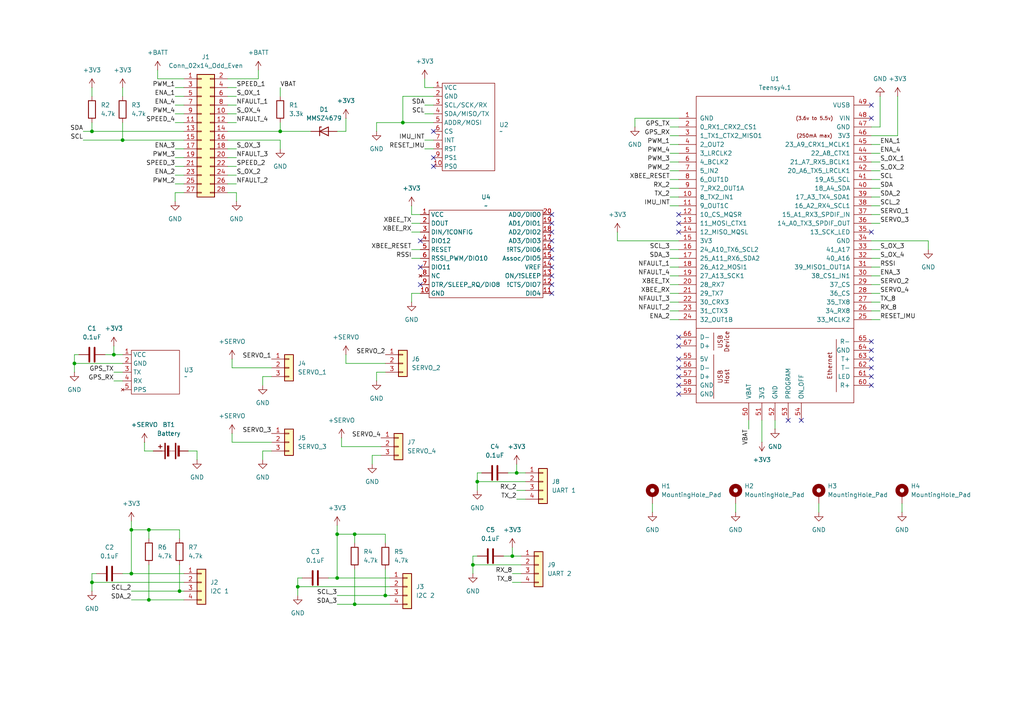
<source format=kicad_sch>
(kicad_sch (version 20231120) (generator "eeschema") (generator_version "8.0")
  (paper "A4")
  (lib_symbols
    (symbol "Connector_Generic:Conn_01x03" (pin_names (offset 1.016) hide)
      (property "Reference" "J" (at 0 5.08 0))
      (property "Value" "Conn_01x03" (at 0 -5.08 0))
      (symbol "Conn_01x03_1_1"
        (pin passive line (at -5.08 2.54 0) (length 3.81) (name "Pin_1") (number "1"))
        (pin passive line (at -5.08 0 0) (length 3.81) (name "Pin_2") (number "2"))
        (pin passive line (at -5.08 -2.54 0) (length 3.81) (name "Pin_3") (number "3"))
      )
    )
    (symbol "Connector_Generic:Conn_01x04" (pin_names (offset 1.016) hide)
      (property "Reference" "J" (at 0 5.08 0))
      (property "Value" "Conn_01x04" (at 0 -7.62 0))
      (symbol "Conn_01x04_1_1"
        (pin passive line (at -5.08 2.54 0) (length 3.81) (name "Pin_1") (number "1"))
        (pin passive line (at -5.08 0 0) (length 3.81) (name "Pin_2") (number "2"))
        (pin passive line (at -5.08 -2.54 0) (length 3.81) (name "Pin_3") (number "3"))
        (pin passive line (at -5.08 -5.08 0) (length 3.81) (name "Pin_4") (number "4"))
      )
    )
    (symbol "Connector_Generic:Conn_02x14_Odd_Even" (pin_names (offset 1.016) hide)
      (property "Reference" "J" (at 1.27 17.78 0))
      (property "Value" "Conn_02x14_Odd_Even" (at 1.27 -20.32 0))
      (symbol "Conn_02x14_Odd_Even_1_1"
        (pin passive line (at -5.08 15.24 0) (length 3.81) (name "Pin_1") (number "1"))
        (pin passive line (at 7.62 5.08 180) (length 3.81) (name "Pin_10") (number "10"))
        (pin passive line (at -5.08 2.54 0) (length 3.81) (name "Pin_11") (number "11"))
        (pin passive line (at 7.62 2.54 180) (length 3.81) (name "Pin_12") (number "12"))
        (pin passive line (at -5.08 0 0) (length 3.81) (name "Pin_13") (number "13"))
        (pin passive line (at 7.62 0 180) (length 3.81) (name "Pin_14") (number "14"))
        (pin passive line (at -5.08 -2.54 0) (length 3.81) (name "Pin_15") (number "15"))
        (pin passive line (at 7.62 -2.54 180) (length 3.81) (name "Pin_16") (number "16"))
        (pin passive line (at -5.08 -5.08 0) (length 3.81) (name "Pin_17") (number "17"))
        (pin passive line (at 7.62 -5.08 180) (length 3.81) (name "Pin_18") (number "18"))
        (pin passive line (at -5.08 -7.62 0) (length 3.81) (name "Pin_19") (number "19"))
        (pin passive line (at 7.62 15.24 180) (length 3.81) (name "Pin_2") (number "2"))
        (pin passive line (at 7.62 -7.62 180) (length 3.81) (name "Pin_20") (number "20"))
        (pin passive line (at -5.08 -10.16 0) (length 3.81) (name "Pin_21") (number "21"))
        (pin passive line (at 7.62 -10.16 180) (length 3.81) (name "Pin_22") (number "22"))
        (pin passive line (at -5.08 -12.7 0) (length 3.81) (name "Pin_23") (number "23"))
        (pin passive line (at 7.62 -12.7 180) (length 3.81) (name "Pin_24") (number "24"))
        (pin passive line (at -5.08 -15.24 0) (length 3.81) (name "Pin_25") (number "25"))
        (pin passive line (at 7.62 -15.24 180) (length 3.81) (name "Pin_26") (number "26"))
        (pin passive line (at -5.08 -17.78 0) (length 3.81) (name "Pin_27") (number "27"))
        (pin passive line (at 7.62 -17.78 180) (length 3.81) (name "Pin_28") (number "28"))
        (pin passive line (at -5.08 12.7 0) (length 3.81) (name "Pin_3") (number "3"))
        (pin passive line (at 7.62 12.7 180) (length 3.81) (name "Pin_4") (number "4"))
        (pin passive line (at -5.08 10.16 0) (length 3.81) (name "Pin_5") (number "5"))
        (pin passive line (at 7.62 10.16 180) (length 3.81) (name "Pin_6") (number "6"))
        (pin passive line (at -5.08 7.62 0) (length 3.81) (name "Pin_7") (number "7"))
        (pin passive line (at 7.62 7.62 180) (length 3.81) (name "Pin_8") (number "8"))
        (pin passive line (at -5.08 5.08 0) (length 3.81) (name "Pin_9") (number "9"))
      )
    )
    (symbol "Custom:ATGM336H_PCB"
      (property "Reference" "U" (at 6.858 9.906 0))
      (symbol "ATGM336H_PCB_1_1"
        (pin power_in line (at -2.54 7.62 0) (length 2.54) (name "VCC") (number "1"))
        (pin power_out line (at -2.54 5.08 0) (length 2.54) (name "GND") (number "2"))
        (pin output line (at -2.54 2.54 0) (length 2.54) (name "TX") (number "3"))
        (pin input line (at -2.54 0 0) (length 2.54) (name "RX") (number "4"))
        (pin no_connect line (at -2.54 -2.54 0) (length 2.54) (name "PPS") (number "5"))
      )
    )
    (symbol "Custom:BNO055_PCB"
      (property "Reference" "U" (at -0.508 17.78 0))
      (symbol "BNO055_PCB_1_1"
        (pin power_in line (at -8.89 11.43 0) (length 2.54) (name "VCC") (number "1"))
        (pin input line (at -8.89 -11.43 0) (length 2.54) (name "PS0") (number "10"))
        (pin power_out line (at -8.89 8.89 0) (length 2.54) (name "GND") (number "2"))
        (pin input line (at -8.89 6.35 0) (length 2.54) (name "SCL/SCK/RX") (number "3"))
        (pin output line (at -8.89 3.81 0) (length 2.54) (name "SDA/MISO/TX") (number "4"))
        (pin input line (at -8.89 1.27 0) (length 2.54) (name "ADDR/MOSI") (number "5"))
        (pin input line (at -8.89 -1.27 0) (length 2.54) (name "CS") (number "6"))
        (pin input line (at -8.89 -3.81 0) (length 2.54) (name "INT") (number "7"))
        (pin input line (at -8.89 -6.35 0) (length 2.54) (name "RST") (number "8"))
        (pin input line (at -8.89 -8.89 0) (length 2.54) (name "PS1") (number "9"))
      )
    )
    (symbol "Custom:XBEE_RR_THT"
      (property "Reference" "U" (at 0 0 0))
      (symbol "XBEE_RR_THT_1_1"
        (pin power_in line (at -10.16 10.16 0) (length 2.54) (name "VCC") (number "1"))
        (pin power_out line (at -10.16 -12.7 0) (length 2.54) (name "GND") (number "10"))
        (pin bidirectional line (at 27.94 -12.7 180) (length 2.54) (name "DIO4") (number "11"))
        (pin bidirectional line (at 27.94 -10.16 180) (length 2.54) (name "!CTS/DIO7") (number "12"))
        (pin bidirectional line (at 27.94 -7.62 180) (length 2.54) (name "ON/!SLEEP") (number "13"))
        (pin power_in line (at 27.94 -5.08 180) (length 2.54) (name "VREF") (number "14"))
        (pin bidirectional line (at 27.94 -2.54 180) (length 2.54) (name "Assoc/DIO5") (number "15"))
        (pin bidirectional line (at 27.94 0 180) (length 2.54) (name "!RTS/DIO6") (number "16"))
        (pin bidirectional line (at 27.94 2.54 180) (length 2.54) (name "AD3/DIO3") (number "17"))
        (pin bidirectional line (at 27.94 5.08 180) (length 2.54) (name "AD2/DIO2") (number "18"))
        (pin bidirectional line (at 27.94 7.62 180) (length 2.54) (name "AD1/DIO1") (number "19"))
        (pin output line (at -10.16 7.62 0) (length 2.54) (name "DOUT") (number "2"))
        (pin bidirectional line (at 27.94 10.16 180) (length 2.54) (name "AD0/DIO0") (number "20"))
        (pin input line (at -10.16 5.08 0) (length 2.54) (name "DIN/!CONFIG") (number "3"))
        (pin bidirectional line (at -10.16 2.54 0) (length 2.54) (name "DIO12") (number "4"))
        (pin input line (at -10.16 0 0) (length 2.54) (name "RESET") (number "5"))
        (pin bidirectional line (at -10.16 -2.54 0) (length 2.54) (name "RSSI_PWM/DIO10") (number "6"))
        (pin bidirectional line (at -10.16 -5.08 0) (length 2.54) (name "DIO11") (number "7"))
        (pin no_connect line (at -10.16 -7.62 0) (length 2.54) (name "NC") (number "8"))
        (pin bidirectional line (at -10.16 -10.16 0) (length 2.54) (name "DTR/SLEEP_RQ/DIO8") (number "9"))
      )
    )
    (symbol "Device:Battery" (pin_numbers hide) (pin_names (offset 0) hide)
      (property "Reference" "BT" (at 2.54 2.54 0))
      (property "Value" "Battery" (at 2.54 0 0))
      (symbol "Battery_1_1"
        (pin passive line (at 0 5.08 270) (length 2.54) (name "+") (number "1"))
        (pin passive line (at 0 -5.08 90) (length 2.54) (name "-") (number "2"))
      )
    )
    (symbol "Device:C" (pin_numbers hide) (pin_names (offset 0.254))
      (property "Reference" "C" (at 0.635 2.54 0))
      (property "Value" "C" (at 0.635 -2.54 0))
      (symbol "C_1_1"
        (pin passive line (at 0 3.81 270) (length 2.794) (name "~") (number "1"))
        (pin passive line (at 0 -3.81 90) (length 2.794) (name "~") (number "2"))
      )
    )
    (symbol "Device:D_Zener" (pin_numbers hide) (pin_names (offset 1.016) hide)
      (property "Reference" "D" (at 0 2.54 0))
      (property "Value" "D_Zener" (at 0 -2.54 0))
      (symbol "D_Zener_1_1"
        (pin passive line (at -3.81 0 0) (length 2.54) (name "K") (number "1"))
        (pin passive line (at 3.81 0 180) (length 2.54) (name "A") (number "2"))
      )
    )
    (symbol "Device:R" (pin_numbers hide) (pin_names (offset 0))
      (property "Reference" "R" (at 2.032 0 90))
      (property "Value" "R" (at 0 0 90))
      (symbol "R_1_1"
        (pin passive line (at 0 3.81 270) (length 1.27) (name "~") (number "1"))
        (pin passive line (at 0 -3.81 90) (length 1.27) (name "~") (number "2"))
      )
    )
    (symbol "Mechanical:MountingHole_Pad" (pin_numbers hide) (pin_names (offset 1.016) hide) (exclude_from_sim yes) (in_bom no)
      (property "Reference" "H" (at 0 6.35 0))
      (property "Value" "MountingHole_Pad" (at 0 4.445 0))
      (symbol "MountingHole_Pad_1_1"
        (pin input line (at 0 -2.54 90) (length 2.54) (name "1") (number "1"))
      )
    )
    (symbol "Teensy:Teensy4.1" (pin_names (offset 1.016))
      (property "Reference" "U" (at 0 64.77 0))
      (property "Value" "Teensy4.1" (at 0 62.23 0))
      (symbol "Teensy4.1_0_0"
        (text "(250mA max)" (at 11.43 49.53 0) (effects (font (size 1.016 1.016))))
        (text "(3.6v to 5.5v)" (at 11.43 54.61 0) (effects (font (size 1.016 1.016))))
        (text "Device" (at -13.97 -10.16 900) (effects (font (size 1.27 1.27))))
        (text "Ethernet" (at 15.875 -17.145 900) (effects (font (size 1.27 1.27))))
        (text "Host" (at -13.97 -20.32 900) (effects (font (size 1.27 1.27))))
        (text "USB" (at -15.875 -20.32 900) (effects (font (size 1.27 1.27))))
        (text "USB" (at -15.875 -10.16 900) (effects (font (size 1.27 1.27))))
        (pin bidirectional line (at -27.94 31.75 0) (length 5.08) (name "8_TX2_IN1") (number "10"))
        (pin bidirectional line (at -27.94 29.21 0) (length 5.08) (name "9_OUT1C") (number "11"))
        (pin bidirectional line (at -27.94 26.67 0) (length 5.08) (name "10_CS_MQSR") (number "12"))
        (pin bidirectional line (at -27.94 24.13 0) (length 5.08) (name "11_MOSI_CTX1") (number "13"))
        (pin bidirectional line (at -27.94 21.59 0) (length 5.08) (name "12_MISO_MQSL") (number "14"))
        (pin power_in line (at -27.94 19.05 0) (length 5.08) (name "3V3") (number "15"))
        (pin bidirectional line (at -27.94 16.51 0) (length 5.08) (name "24_A10_TX6_SCL2") (number "16"))
        (pin bidirectional line (at -27.94 13.97 0) (length 5.08) (name "25_A11_RX6_SDA2") (number "17"))
        (pin bidirectional line (at -27.94 11.43 0) (length 5.08) (name "26_A12_MOSI1") (number "18"))
        (pin bidirectional line (at -27.94 8.89 0) (length 5.08) (name "27_A13_SCK1") (number "19"))
        (pin bidirectional line (at -27.94 6.35 0) (length 5.08) (name "28_RX7") (number "20"))
        (pin bidirectional line (at -27.94 3.81 0) (length 5.08) (name "29_TX7") (number "21"))
        (pin bidirectional line (at -27.94 1.27 0) (length 5.08) (name "30_CRX3") (number "22"))
        (pin bidirectional line (at -27.94 -1.27 0) (length 5.08) (name "31_CTX3") (number "23"))
        (pin bidirectional line (at -27.94 -3.81 0) (length 5.08) (name "32_OUT1B") (number "24"))
        (pin bidirectional line (at 27.94 -3.81 180) (length 5.08) (name "33_MCLK2") (number "25"))
        (pin bidirectional line (at 27.94 -1.27 180) (length 5.08) (name "34_RX8") (number "26"))
        (pin bidirectional line (at 27.94 1.27 180) (length 5.08) (name "35_TX8") (number "27"))
        (pin bidirectional line (at 27.94 3.81 180) (length 5.08) (name "36_CS") (number "28"))
        (pin bidirectional line (at 27.94 6.35 180) (length 5.08) (name "37_CS") (number "29"))
        (pin bidirectional line (at 27.94 8.89 180) (length 5.08) (name "38_CS1_IN1") (number "30"))
        (pin bidirectional line (at 27.94 11.43 180) (length 5.08) (name "39_MISO1_OUT1A") (number "31"))
        (pin bidirectional line (at 27.94 13.97 180) (length 5.08) (name "40_A16") (number "32"))
        (pin bidirectional line (at 27.94 16.51 180) (length 5.08) (name "41_A17") (number "33"))
        (pin bidirectional line (at 27.94 21.59 180) (length 5.08) (name "13_SCK_LED") (number "35"))
        (pin bidirectional line (at 27.94 24.13 180) (length 5.08) (name "14_A0_TX3_SPDIF_OUT") (number "36"))
        (pin bidirectional line (at 27.94 26.67 180) (length 5.08) (name "15_A1_RX3_SPDIF_IN") (number "37"))
        (pin bidirectional line (at 27.94 29.21 180) (length 5.08) (name "16_A2_RX4_SCL1") (number "38"))
        (pin bidirectional line (at 27.94 31.75 180) (length 5.08) (name "17_A3_TX4_SDA1") (number "39"))
        (pin bidirectional line (at 27.94 34.29 180) (length 5.08) (name "18_A4_SDA") (number "40"))
        (pin bidirectional line (at 27.94 36.83 180) (length 5.08) (name "19_A5_SCL") (number "41"))
        (pin bidirectional line (at 27.94 39.37 180) (length 5.08) (name "20_A6_TX5_LRCLK1") (number "42"))
        (pin bidirectional line (at 27.94 41.91 180) (length 5.08) (name "21_A7_RX5_BCLK1") (number "43"))
        (pin bidirectional line (at 27.94 44.45 180) (length 5.08) (name "22_A8_CTX1") (number "44"))
        (pin bidirectional line (at 27.94 46.99 180) (length 5.08) (name "23_A9_CRX1_MCLK1") (number "45"))
        (pin output line (at 27.94 49.53 180) (length 5.08) (name "3V3") (number "46"))
        (pin output line (at 27.94 52.07 180) (length 5.08) (name "GND") (number "47"))
        (pin power_in line (at 27.94 54.61 180) (length 5.08) (name "VIN") (number "48"))
        (pin power_out line (at 27.94 58.42 180) (length 5.08) (name "VUSB") (number "49"))
        (pin bidirectional line (at -27.94 44.45 0) (length 5.08) (name "3_LRCLK2") (number "5"))
        (pin power_in line (at -7.62 -33.02 90) (length 5.08) (name "VBAT") (number "50"))
        (pin power_in line (at -3.81 -33.02 90) (length 5.08) (name "3V3") (number "51"))
        (pin input line (at 0 -33.02 90) (length 5.08) (name "GND") (number "52"))
        (pin input line (at 3.81 -33.02 90) (length 5.08) (name "PROGRAM") (number "53"))
        (pin input line (at 7.62 -33.02 90) (length 5.08) (name "ON_OFF") (number "54"))
        (pin power_out line (at -27.94 -15.24 0) (length 5.08) (name "5V") (number "55"))
        (pin bidirectional line (at -27.94 -17.78 0) (length 5.08) (name "D-") (number "56"))
        (pin bidirectional line (at -27.94 -20.32 0) (length 5.08) (name "D+") (number "57"))
        (pin power_in line (at -27.94 -22.86 0) (length 5.08) (name "GND") (number "58"))
        (pin power_in line (at -27.94 -25.4 0) (length 5.08) (name "GND") (number "59"))
        (pin bidirectional line (at -27.94 41.91 0) (length 5.08) (name "4_BCLK2") (number "6"))
        (pin bidirectional line (at 27.94 -22.86 180) (length 5.08) (name "R+") (number "60"))
        (pin bidirectional line (at 27.94 -20.32 180) (length 5.08) (name "LED") (number "61"))
        (pin bidirectional line (at 27.94 -17.78 180) (length 5.08) (name "T-") (number "62"))
        (pin bidirectional line (at 27.94 -15.24 180) (length 5.08) (name "T+") (number "63"))
        (pin power_in line (at 27.94 -12.7 180) (length 5.08) (name "GND") (number "64"))
        (pin bidirectional line (at 27.94 -10.16 180) (length 5.08) (name "R-") (number "65"))
        (pin bidirectional line (at -27.94 -8.89 0) (length 5.08) (name "D-") (number "66"))
        (pin bidirectional line (at -27.94 -11.43 0) (length 5.08) (name "D+") (number "67"))
        (pin bidirectional line (at -27.94 39.37 0) (length 5.08) (name "5_IN2") (number "7"))
        (pin bidirectional line (at -27.94 36.83 0) (length 5.08) (name "6_OUT1D") (number "8"))
        (pin bidirectional line (at -27.94 34.29 0) (length 5.08) (name "7_RX2_OUT1A") (number "9"))
      )
      (symbol "Teensy4.1_1_1"
        (pin power_in line (at -27.94 54.61 0) (length 5.08) (name "GND") (number "1"))
        (pin bidirectional line (at -27.94 52.07 0) (length 5.08) (name "0_RX1_CRX2_CS1") (number "2"))
        (pin bidirectional line (at -27.94 49.53 0) (length 5.08) (name "1_TX1_CTX2_MISO1") (number "3"))
        (pin power_in line (at 27.94 19.05 180) (length 5.08) (name "GND") (number "34"))
        (pin bidirectional line (at -27.94 46.99 0) (length 5.08) (name "2_OUT2") (number "4"))
      )
    )
    (symbol "power:+3V3" (power) (pin_numbers hide) (pin_names (offset 0) hide)
      (property "Value" "+3V3" (at 0 3.556 0))
      (symbol "+3V3_1_1"
        (pin power_in line (at 0 0 90) (length 0) (name "~") (number "1"))
      )
    )
    (symbol "power:+5V" (power) (pin_numbers hide) (pin_names (offset 0) hide)
      (property "Value" "+5V" (at 0 3.556 0))
      (symbol "+5V_1_1"
        (pin power_in line (at 0 0 90) (length 0) (name "~") (number "1"))
      )
    )
    (symbol "power:+BATT" (power) (pin_numbers hide) (pin_names (offset 0) hide)
      (property "Value" "+BATT" (at 0 3.556 0))
      (symbol "+BATT_1_1"
        (pin power_in line (at 0 0 90) (length 0) (name "~") (number "1"))
      )
    )
    (symbol "power:GND" (power) (pin_numbers hide) (pin_names (offset 0) hide)
      (property "Value" "GND" (at 0 -3.81 0))
      (symbol "GND_1_1"
        (pin power_in line (at 0 0 270) (length 0) (name "~") (number "1"))
      )
    )
  )
  (junction (at 43.18 173.99))
  (junction (at 97.79 154.94))
  (junction (at 38.1 166.37))
  (junction (at 38.1 153.67))
  (junction (at 138.43 139.7))
  (junction (at 137.16 163.83))
  (junction (at 43.18 153.67))
  (junction (at 26.67 38.1))
  (junction (at 86.36 170.18))
  (junction (at 26.67 168.91))
  (junction (at 97.79 167.64))
  (junction (at 35.56 40.64))
  (junction (at 102.87 175.26))
  (junction (at 33.02 102.87))
  (junction (at 149.86 137.16))
  (junction (at 102.87 154.94))
  (junction (at 111.76 172.72))
  (junction (at 148.59 161.29))
  (junction (at 81.28 38.1))
  (junction (at 52.07 171.45))
  (junction (at 116.84 35.56))
  (junction (at 21.59 105.41))
  (no_connect (at 252.73 109.22))
  (no_connect (at 196.85 106.68))
  (no_connect (at 160.02 82.55))
  (no_connect (at 196.85 100.33))
  (no_connect (at 160.02 67.31))
  (no_connect (at 196.85 97.79))
  (no_connect (at 232.41 121.92))
  (no_connect (at 196.85 64.77))
  (no_connect (at 160.02 62.23))
  (no_connect (at 252.73 111.76))
  (no_connect (at 160.02 64.77))
  (no_connect (at 252.73 30.48))
  (no_connect (at 252.73 34.29))
  (no_connect (at 196.85 111.76))
  (no_connect (at 252.73 106.68))
  (no_connect (at 252.73 104.14))
  (no_connect (at 160.02 74.93))
  (no_connect (at 228.6 121.92))
  (no_connect (at 121.92 69.85))
  (no_connect (at 160.02 69.85))
  (no_connect (at 196.85 67.31))
  (no_connect (at 160.02 72.39))
  (no_connect (at 196.85 62.23))
  (no_connect (at 252.73 101.6))
  (no_connect (at 160.02 85.09))
  (no_connect (at 196.85 109.22))
  (no_connect (at 160.02 77.47))
  (no_connect (at 196.85 104.14))
  (no_connect (at 160.02 80.01))
  (no_connect (at 252.73 99.06))
  (no_connect (at 196.85 114.3))
  (no_connect (at 121.92 82.55))
  (no_connect (at 121.92 77.47))
  (no_connect (at 125.73 45.72))
  (no_connect (at 125.73 48.26))
  (no_connect (at 125.73 38.1))
  (no_connect (at 252.73 67.31))
  (wire (pts (xy 81.28 35.56) (xy 81.28 38.1)))
  (wire (pts (xy 86.36 167.64) (xy 86.36 170.18)))
  (wire (pts (xy 194.31 92.71) (xy 196.85 92.71)))
  (wire (pts (xy 194.31 59.69) (xy 196.85 59.69)))
  (wire (pts (xy 53.34 55.88) (xy 50.8 55.88)))
  (wire (pts (xy 138.43 161.29) (xy 137.16 161.29)))
  (wire (pts (xy 269.24 69.85) (xy 269.24 72.39)))
  (wire (pts (xy 67.31 106.68) (xy 78.74 106.68)))
  (wire (pts (xy 111.76 154.94) (xy 102.87 154.94)))
  (wire (pts (xy 53.34 22.86) (xy 45.72 22.86)))
  (wire (pts (xy 116.84 27.94) (xy 116.84 35.56)))
  (wire (pts (xy 26.67 25.4) (xy 26.67 27.94)))
  (wire (pts (xy 220.98 128.27) (xy 220.98 121.92)))
  (wire (pts (xy 102.87 165.1) (xy 102.87 175.26)))
  (wire (pts (xy 123.19 30.48) (xy 125.73 30.48)))
  (wire (pts (xy 255.27 74.93) (xy 252.73 74.93)))
  (wire (pts (xy 24.13 38.1) (xy 26.67 38.1)))
  (wire (pts (xy 194.31 44.45) (xy 196.85 44.45)))
  (wire (pts (xy 255.27 92.71) (xy 252.73 92.71)))
  (wire (pts (xy 50.8 30.48) (xy 53.34 30.48)))
  (wire (pts (xy 35.56 166.37) (xy 38.1 166.37)))
  (wire (pts (xy 119.38 67.31) (xy 121.92 67.31)))
  (wire (pts (xy 76.2 109.22) (xy 78.74 109.22)))
  (wire (pts (xy 38.1 166.37) (xy 38.1 153.67)))
  (wire (pts (xy 45.72 20.32) (xy 45.72 22.86)))
  (wire (pts (xy 111.76 165.1) (xy 111.76 172.72)))
  (wire (pts (xy 68.58 30.48) (xy 66.04 30.48)))
  (wire (pts (xy 123.19 33.02) (xy 125.73 33.02)))
  (wire (pts (xy 179.07 67.31) (xy 179.07 69.85)))
  (wire (pts (xy 255.27 46.99) (xy 252.73 46.99)))
  (wire (pts (xy 95.25 167.64) (xy 97.79 167.64)))
  (wire (pts (xy 151.13 163.83) (xy 137.16 163.83)))
  (wire (pts (xy 252.73 62.23) (xy 255.27 62.23)))
  (wire (pts (xy 255.27 52.07) (xy 252.73 52.07)))
  (wire (pts (xy 113.03 170.18) (xy 86.36 170.18)))
  (wire (pts (xy 53.34 166.37) (xy 38.1 166.37)))
  (wire (pts (xy 43.18 153.67) (xy 43.18 156.21)))
  (wire (pts (xy 146.05 161.29) (xy 148.59 161.29)))
  (wire (pts (xy 252.73 85.09) (xy 255.27 85.09)))
  (wire (pts (xy 76.2 111.76) (xy 76.2 109.22)))
  (wire (pts (xy 53.34 168.91) (xy 26.67 168.91)))
  (wire (pts (xy 194.31 36.83) (xy 196.85 36.83)))
  (wire (pts (xy 26.67 168.91) (xy 26.67 171.45)))
  (wire (pts (xy 100.33 34.29) (xy 100.33 38.1)))
  (wire (pts (xy 33.02 110.49) (xy 35.56 110.49)))
  (wire (pts (xy 38.1 173.99) (xy 43.18 173.99)))
  (wire (pts (xy 123.19 22.86) (xy 123.19 25.4)))
  (wire (pts (xy 255.27 44.45) (xy 252.73 44.45)))
  (wire (pts (xy 50.8 53.34) (xy 53.34 53.34)))
  (wire (pts (xy 81.28 25.4) (xy 81.28 27.94)))
  (wire (pts (xy 100.33 105.41) (xy 111.76 105.41)))
  (wire (pts (xy 121.92 85.09) (xy 119.38 85.09)))
  (wire (pts (xy 35.56 25.4) (xy 35.56 27.94)))
  (wire (pts (xy 152.4 139.7) (xy 138.43 139.7)))
  (wire (pts (xy 149.86 134.62) (xy 149.86 137.16)))
  (wire (pts (xy 113.03 167.64) (xy 97.79 167.64)))
  (wire (pts (xy 137.16 161.29) (xy 137.16 163.83)))
  (wire (pts (xy 148.59 166.37) (xy 151.13 166.37)))
  (wire (pts (xy 74.93 22.86) (xy 66.04 22.86)))
  (wire (pts (xy 35.56 105.41) (xy 21.59 105.41)))
  (wire (pts (xy 252.73 36.83) (xy 255.27 36.83)))
  (wire (pts (xy 237.49 148.59) (xy 237.49 146.05)))
  (wire (pts (xy 138.43 137.16) (xy 138.43 139.7)))
  (wire (pts (xy 123.19 43.18) (xy 125.73 43.18)))
  (wire (pts (xy 121.92 62.23) (xy 119.38 62.23)))
  (wire (pts (xy 50.8 48.26) (xy 53.34 48.26)))
  (wire (pts (xy 116.84 35.56) (xy 125.73 35.56)))
  (wire (pts (xy 52.07 156.21) (xy 52.07 153.67)))
  (wire (pts (xy 35.56 35.56) (xy 35.56 40.64)))
  (wire (pts (xy 50.8 27.94) (xy 53.34 27.94)))
  (wire (pts (xy 196.85 69.85) (xy 179.07 69.85)))
  (wire (pts (xy 21.59 102.87) (xy 21.59 105.41)))
  (wire (pts (xy 100.33 102.87) (xy 100.33 105.41)))
  (wire (pts (xy 252.73 64.77) (xy 255.27 64.77)))
  (wire (pts (xy 52.07 171.45) (xy 53.34 171.45)))
  (wire (pts (xy 43.18 153.67) (xy 38.1 153.67)))
  (wire (pts (xy 184.15 34.29) (xy 196.85 34.29)))
  (wire (pts (xy 67.31 125.73) (xy 67.31 128.27)))
  (wire (pts (xy 68.58 45.72) (xy 66.04 45.72)))
  (wire (pts (xy 68.58 55.88) (xy 68.58 58.42)))
  (wire (pts (xy 252.73 69.85) (xy 269.24 69.85)))
  (wire (pts (xy 81.28 38.1) (xy 66.04 38.1)))
  (wire (pts (xy 151.13 161.29) (xy 148.59 161.29)))
  (wire (pts (xy 125.73 27.94) (xy 116.84 27.94)))
  (wire (pts (xy 50.8 43.18) (xy 53.34 43.18)))
  (wire (pts (xy 194.31 85.09) (xy 196.85 85.09)))
  (wire (pts (xy 255.27 54.61) (xy 252.73 54.61)))
  (wire (pts (xy 119.38 59.69) (xy 119.38 62.23)))
  (wire (pts (xy 33.02 107.95) (xy 35.56 107.95)))
  (wire (pts (xy 147.32 137.16) (xy 149.86 137.16)))
  (wire (pts (xy 35.56 40.64) (xy 53.34 40.64)))
  (wire (pts (xy 137.16 163.83) (xy 137.16 166.37)))
  (wire (pts (xy 109.22 107.95) (xy 111.76 107.95)))
  (wire (pts (xy 50.8 45.72) (xy 53.34 45.72)))
  (wire (pts (xy 194.31 52.07) (xy 196.85 52.07)))
  (wire (pts (xy 52.07 153.67) (xy 43.18 153.67)))
  (wire (pts (xy 109.22 110.49) (xy 109.22 107.95)))
  (wire (pts (xy 35.56 102.87) (xy 33.02 102.87)))
  (wire (pts (xy 152.4 137.16) (xy 149.86 137.16)))
  (wire (pts (xy 43.18 163.83) (xy 43.18 173.99)))
  (wire (pts (xy 194.31 82.55) (xy 196.85 82.55)))
  (wire (pts (xy 255.27 57.15) (xy 252.73 57.15)))
  (wire (pts (xy 148.59 158.75) (xy 148.59 161.29)))
  (wire (pts (xy 149.86 144.78) (xy 152.4 144.78)))
  (wire (pts (xy 213.36 148.59) (xy 213.36 146.05)))
  (wire (pts (xy 102.87 175.26) (xy 113.03 175.26)))
  (wire (pts (xy 50.8 50.8) (xy 53.34 50.8)))
  (wire (pts (xy 99.06 127) (xy 99.06 129.54)))
  (wire (pts (xy 194.31 90.17) (xy 196.85 90.17)))
  (wire (pts (xy 67.31 128.27) (xy 78.74 128.27)))
  (wire (pts (xy 68.58 27.94) (xy 66.04 27.94)))
  (wire (pts (xy 255.27 72.39) (xy 252.73 72.39)))
  (wire (pts (xy 33.02 102.87) (xy 33.02 100.33)))
  (wire (pts (xy 255.27 80.01) (xy 252.73 80.01)))
  (wire (pts (xy 100.33 38.1) (xy 97.79 38.1)))
  (wire (pts (xy 41.91 130.81) (xy 41.91 128.27)))
  (wire (pts (xy 261.62 148.59) (xy 261.62 146.05)))
  (wire (pts (xy 255.27 77.47) (xy 252.73 77.47)))
  (wire (pts (xy 50.8 25.4) (xy 53.34 25.4)))
  (wire (pts (xy 68.58 25.4) (xy 66.04 25.4)))
  (wire (pts (xy 119.38 74.93) (xy 121.92 74.93)))
  (wire (pts (xy 87.63 167.64) (xy 86.36 167.64)))
  (wire (pts (xy 44.45 130.81) (xy 41.91 130.81)))
  (wire (pts (xy 255.27 41.91) (xy 252.73 41.91)))
  (wire (pts (xy 43.18 173.99) (xy 53.34 173.99)))
  (wire (pts (xy 90.17 38.1) (xy 81.28 38.1)))
  (wire (pts (xy 255.27 87.63) (xy 252.73 87.63)))
  (wire (pts (xy 68.58 33.02) (xy 66.04 33.02)))
  (wire (pts (xy 86.36 170.18) (xy 86.36 172.72)))
  (wire (pts (xy 68.58 55.88) (xy 66.04 55.88)))
  (wire (pts (xy 148.59 168.91) (xy 151.13 168.91)))
  (wire (pts (xy 68.58 43.18) (xy 66.04 43.18)))
  (wire (pts (xy 38.1 153.67) (xy 38.1 151.13)))
  (wire (pts (xy 194.31 87.63) (xy 196.85 87.63)))
  (wire (pts (xy 97.79 172.72) (xy 111.76 172.72)))
  (wire (pts (xy 68.58 50.8) (xy 66.04 50.8)))
  (wire (pts (xy 194.31 54.61) (xy 196.85 54.61)))
  (wire (pts (xy 107.95 134.62) (xy 107.95 132.08)))
  (wire (pts (xy 52.07 163.83) (xy 52.07 171.45)))
  (wire (pts (xy 68.58 53.34) (xy 66.04 53.34)))
  (wire (pts (xy 81.28 43.18) (xy 81.28 40.64)))
  (wire (pts (xy 194.31 41.91) (xy 196.85 41.91)))
  (wire (pts (xy 194.31 72.39) (xy 196.85 72.39)))
  (wire (pts (xy 50.8 33.02) (xy 53.34 33.02)))
  (wire (pts (xy 189.23 148.59) (xy 189.23 146.05)))
  (wire (pts (xy 194.31 39.37) (xy 196.85 39.37)))
  (wire (pts (xy 252.73 39.37) (xy 260.35 39.37)))
  (wire (pts (xy 26.67 166.37) (xy 26.67 168.91)))
  (wire (pts (xy 68.58 48.26) (xy 66.04 48.26)))
  (wire (pts (xy 27.94 166.37) (xy 26.67 166.37)))
  (wire (pts (xy 194.31 77.47) (xy 196.85 77.47)))
  (wire (pts (xy 111.76 172.72) (xy 113.03 172.72)))
  (wire (pts (xy 255.27 27.94) (xy 255.27 36.83)))
  (wire (pts (xy 184.15 36.83) (xy 184.15 34.29)))
  (wire (pts (xy 109.22 35.56) (xy 116.84 35.56)))
  (wire (pts (xy 255.27 59.69) (xy 252.73 59.69)))
  (wire (pts (xy 123.19 40.64) (xy 125.73 40.64)))
  (wire (pts (xy 67.31 104.14) (xy 67.31 106.68)))
  (wire (pts (xy 260.35 27.94) (xy 260.35 39.37)))
  (wire (pts (xy 194.31 80.01) (xy 196.85 80.01)))
  (wire (pts (xy 21.59 105.41) (xy 21.59 107.95)))
  (wire (pts (xy 74.93 20.32) (xy 74.93 22.86)))
  (wire (pts (xy 50.8 35.56) (xy 53.34 35.56)))
  (wire (pts (xy 217.17 121.92) (xy 217.17 124.46)))
  (wire (pts (xy 30.48 102.87) (xy 33.02 102.87)))
  (wire (pts (xy 102.87 154.94) (xy 102.87 157.48)))
  (wire (pts (xy 252.73 82.55) (xy 255.27 82.55)))
  (wire (pts (xy 119.38 72.39) (xy 121.92 72.39)))
  (wire (pts (xy 81.28 40.64) (xy 66.04 40.64)))
  (wire (pts (xy 38.1 171.45) (xy 52.07 171.45)))
  (wire (pts (xy 149.86 142.24) (xy 152.4 142.24)))
  (wire (pts (xy 255.27 49.53) (xy 252.73 49.53)))
  (wire (pts (xy 119.38 85.09) (xy 119.38 87.63)))
  (wire (pts (xy 76.2 133.35) (xy 76.2 130.81)))
  (wire (pts (xy 68.58 35.56) (xy 66.04 35.56)))
  (wire (pts (xy 255.27 90.17) (xy 252.73 90.17)))
  (wire (pts (xy 119.38 64.77) (xy 121.92 64.77)))
  (wire (pts (xy 194.31 57.15) (xy 196.85 57.15)))
  (wire (pts (xy 97.79 167.64) (xy 97.79 154.94)))
  (wire (pts (xy 224.79 124.46) (xy 224.79 121.92)))
  (wire (pts (xy 54.61 130.81) (xy 57.15 130.81)))
  (wire (pts (xy 194.31 46.99) (xy 196.85 46.99)))
  (wire (pts (xy 111.76 157.48) (xy 111.76 154.94)))
  (wire (pts (xy 24.13 40.64) (xy 35.56 40.64)))
  (wire (pts (xy 97.79 154.94) (xy 97.79 152.4)))
  (wire (pts (xy 22.86 102.87) (xy 21.59 102.87)))
  (wire (pts (xy 26.67 35.56) (xy 26.67 38.1)))
  (wire (pts (xy 107.95 132.08) (xy 110.49 132.08)))
  (wire (pts (xy 57.15 130.81) (xy 57.15 133.35)))
  (wire (pts (xy 138.43 139.7) (xy 138.43 142.24)))
  (wire (pts (xy 50.8 55.88) (xy 50.8 58.42)))
  (wire (pts (xy 125.73 25.4) (xy 123.19 25.4)))
  (wire (pts (xy 109.22 35.56) (xy 109.22 38.1)))
  (wire (pts (xy 194.31 49.53) (xy 196.85 49.53)))
  (wire (pts (xy 99.06 129.54) (xy 110.49 129.54)))
  (wire (pts (xy 97.79 175.26) (xy 102.87 175.26)))
  (wire (pts (xy 102.87 154.94) (xy 97.79 154.94)))
  (wire (pts (xy 76.2 130.81) (xy 78.74 130.81)))
  (wire (pts (xy 26.67 38.1) (xy 53.34 38.1)))
  (wire (pts (xy 194.31 74.93) (xy 196.85 74.93)))
  (wire (pts (xy 139.7 137.16) (xy 138.43 137.16)))
  (label "TX_8" (at 255.27 87.63 0))
  (label "SERVO_2" (at 111.76 102.87 180))
  (label "NFAULT_1" (at 68.58 30.48 0))
  (label "SCL" (at 255.27 52.07 0))
  (label "PWM_3" (at 194.31 46.99 180))
  (label "PWM_4" (at 50.8 33.02 180))
  (label "S_OX_2" (at 68.58 50.8 0))
  (label "SERVO_4" (at 255.27 85.09 0))
  (label "RSSI" (at 119.38 74.93 180))
  (label "XBEE_RESET" (at 119.38 72.39 180))
  (label "NFAULT_3" (at 68.58 45.72 0))
  (label "SDA" (at 255.27 54.61 0))
  (label "ENA_2" (at 50.8 50.8 180))
  (label "S_OX_4" (at 68.58 33.02 0))
  (label "ENA_3" (at 50.8 43.18 180))
  (label "SERVO_1" (at 78.74 104.14 180))
  (label "TX_2" (at 194.31 57.15 180))
  (label "VBAT" (at 217.17 124.46 270))
  (label "SERVO_3" (at 255.27 64.77 0))
  (label "ENA_4" (at 255.27 44.45 0))
  (label "SPEED_2" (at 68.58 48.26 0))
  (label "SERVO_4" (at 110.49 127 180))
  (label "S_OX_1" (at 68.58 27.94 0))
  (label "SCL_2" (at 38.1 171.45 180))
  (label "TX_2" (at 149.86 144.78 180))
  (label "ENA_1" (at 255.27 41.91 0))
  (label "ENA_4" (at 50.8 30.48 180))
  (label "TX_8" (at 148.59 168.91 180))
  (label "SPEED_4" (at 50.8 35.56 180))
  (label "PWM_1" (at 194.31 41.91 180))
  (label "GPS_RX" (at 33.02 110.49 180))
  (label "NFAULT_2" (at 68.58 53.34 0))
  (label "XBEE_TX" (at 194.31 82.55 180))
  (label "SDA" (at 123.19 30.48 180))
  (label "S_OX_3" (at 255.27 72.39 0))
  (label "SDA_3" (at 97.79 175.26 180))
  (label "XBEE_TX" (at 119.38 64.77 180))
  (label "SERVO_1" (at 255.27 62.23 0))
  (label "NFAULT_4" (at 194.31 80.01 180))
  (label "SCL_3" (at 97.79 172.72 180))
  (label "PWM_1" (at 50.8 25.4 180))
  (label "SDA_2" (at 255.27 57.15 0))
  (label "RESET_IMU" (at 255.27 92.71 0))
  (label "XBEE_RESET" (at 194.31 52.07 180))
  (label "IMU_INT" (at 123.19 40.64 180))
  (label "SPEED_1" (at 68.58 25.4 0))
  (label "PWM_4" (at 194.31 44.45 180))
  (label "SCL" (at 123.19 33.02 180))
  (label "SDA_2" (at 38.1 173.99 180))
  (label "ENA_2" (at 194.31 92.71 180))
  (label "GPS_TX" (at 33.02 107.95 180))
  (label "SERVO_2" (at 255.27 82.55 0))
  (label "RX_2" (at 149.86 142.24 180))
  (label "NFAULT_4" (at 68.58 35.56 0))
  (label "VBAT" (at 81.28 25.4 0))
  (label "NFAULT_1" (at 194.31 77.47 180))
  (label "RESET_IMU" (at 123.19 43.18 180))
  (label "RSSI" (at 255.27 77.47 0))
  (label "GPS_RX" (at 194.31 39.37 180))
  (label "RX_2" (at 194.31 54.61 180))
  (label "S_OX_4" (at 255.27 74.93 0))
  (label "RX_8" (at 255.27 90.17 0))
  (label "GPS_TX" (at 194.31 36.83 180))
  (label "NFAULT_2" (at 194.31 90.17 180))
  (label "XBEE_RX" (at 119.38 67.31 180))
  (label "SCL_3" (at 194.31 72.39 180))
  (label "SCL" (at 24.13 40.64 180))
  (label "S_OX_2" (at 255.27 49.53 0))
  (label "SPEED_3" (at 50.8 48.26 180))
  (label "RX_8" (at 148.59 166.37 180))
  (label "PWM_2" (at 50.8 53.34 180))
  (label "NFAULT_3" (at 194.31 87.63 180))
  (label "SERVO_3" (at 78.74 125.73 180))
  (label "S_OX_3" (at 68.58 43.18 0))
  (label "ENA_1" (at 50.8 27.94 180))
  (label "SDA_3" (at 194.31 74.93 180))
  (label "ENA_3" (at 255.27 80.01 0))
  (label "XBEE_RX" (at 194.31 85.09 180))
  (label "PWM_2" (at 194.31 49.53 180))
  (label "SDA" (at 24.13 38.1 180))
  (label "PWM_3" (at 50.8 45.72 180))
  (label "IMU_INT" (at 194.31 59.69 180))
  (label "S_OX_1" (at 255.27 46.99 0))
  (label "SCL_2" (at 255.27 59.69 0))
  (symbol (lib_id "Device:R") (at 111.76 161.29 0) (unit 1)
    (property "Reference" "R5" (at 114.3 160.0199 0) (effects (justify left)))
    (property "Value" "4.7k" (at 114.3 162.5599 0) (effects (justify left)))
    (property "Footprint" "Resistor_SMD:R_0402_1005Metric" (effects (hide yes)))
    (property "Description" "Resistor" (effects (hide yes)))
  )
  (symbol (lib_id "power:+3V3") (at 148.59 158.75 0) (unit 1)
    (property "Reference" "#PWR032" (effects (hide yes)))
    (property "Value" "+3V3" (at 148.59 153.67 0))
    (property "Description" "Power symbol creates a global label with name \"+3V3\"" (effects (hide yes)))
  )
  (symbol (lib_id "Connector_Generic:Conn_01x03") (at 116.84 105.41 0) (unit 1)
    (property "Reference" "J6" (at 119.38 104.1399 0) (effects (justify left)))
    (property "Value" "SERVO_2" (at 119.38 106.6799 0) (effects (justify left)))
    (property "Footprint" "Connector_PinHeader_2.54mm:PinHeader_1x03_P2.54mm_Horizontal" (effects (hide yes)))
    (property "Description" "Generic connector, single row, 01x03, script generated (kicad-library-utils/schlib/autogen/connector/)" (effects (hide yes)))
  )
  (symbol (lib_id "power:+5V") (at 99.06 127 0) (unit 1)
    (property "Reference" "#PWR026" (effects (hide yes)))
    (property "Value" "+SERVO" (at 99.06 121.92 0))
    (property "Description" "Power symbol creates a global label with name \"+5V\"" (effects (hide yes)))
  )
  (symbol (lib_id "power:GND") (at 137.16 166.37 0) (unit 1)
    (property "Reference" "#PWR031" (effects (hide yes)))
    (property "Value" "GND" (at 137.16 171.45 0))
    (property "Description" "Power symbol creates a global label with name \"GND\" , ground" (effects (hide yes)))
  )
  (symbol (lib_id "Device:R") (at 26.67 31.75 0) (unit 1)
    (property "Reference" "R2" (at 29.21 30.4799 0) (effects (justify left)))
    (property "Value" "4.7k" (at 29.21 33.0199 0) (effects (justify left)))
    (property "Footprint" "Resistor_SMD:R_0402_1005Metric" (effects (hide yes)))
    (property "Description" "Resistor" (effects (hide yes)))
  )
  (symbol (lib_id "power:+3V3") (at 149.86 134.62 0) (unit 1)
    (property "Reference" "#PWR030" (effects (hide yes)))
    (property "Value" "+3V3" (at 149.86 129.54 0))
    (property "Description" "Power symbol creates a global label with name \"+3V3\"" (effects (hide yes)))
  )
  (symbol (lib_id "power:+3V3") (at 97.79 152.4 0) (unit 1)
    (property "Reference" "#PWR012" (effects (hide yes)))
    (property "Value" "+3V3" (at 97.79 147.32 0))
    (property "Description" "Power symbol creates a global label with name \"+3V3\"" (effects (hide yes)))
  )
  (symbol (lib_id "Connector_Generic:Conn_01x03") (at 115.57 129.54 0) (unit 1)
    (property "Reference" "J7" (at 118.11 128.2699 0) (effects (justify left)))
    (property "Value" "SERVO_4" (at 118.11 130.8099 0) (effects (justify left)))
    (property "Footprint" "Connector_PinHeader_2.54mm:PinHeader_1x03_P2.54mm_Horizontal" (effects (hide yes)))
    (property "Description" "Generic connector, single row, 01x03, script generated (kicad-library-utils/schlib/autogen/connector/)" (effects (hide yes)))
  )
  (symbol (lib_id "power:+3V3") (at 220.98 128.27 180) (unit 1)
    (property "Reference" "#PWR01" (effects (hide yes)))
    (property "Value" "+3V3" (at 220.98 133.35 0))
    (property "Description" "Power symbol creates a global label with name \"+3V3\"" (effects (hide yes)))
  )
  (symbol (lib_id "power:GND") (at 86.36 172.72 0) (unit 1)
    (property "Reference" "#PWR011" (effects (hide yes)))
    (property "Value" "GND" (at 86.36 177.8 0))
    (property "Description" "Power symbol creates a global label with name \"GND\" , ground" (effects (hide yes)))
  )
  (symbol (lib_id "Mechanical:MountingHole_Pad") (at 189.23 143.51 0) (unit 1) (exclude_from_sim yes) (in_bom no)
    (property "Reference" "H1" (at 191.77 140.9699 0) (effects (justify left)))
    (property "Value" "MountingHole_Pad" (at 191.77 143.5099 0) (effects (justify left)))
    (property "Footprint" "MountingHole:MountingHole_3.2mm_M3_Pad" (effects (hide yes)))
    (property "Description" "Mounting Hole with connection" (effects (hide yes)))
  )
  (symbol (lib_id "Connector_Generic:Conn_01x03") (at 83.82 106.68 0) (unit 1)
    (property "Reference" "J4" (at 86.36 105.4099 0) (effects (justify left)))
    (property "Value" "SERVO_1" (at 86.36 107.9499 0) (effects (justify left)))
    (property "Footprint" "Connector_PinHeader_2.54mm:PinHeader_1x03_P2.54mm_Horizontal" (effects (hide yes)))
    (property "Description" "Generic connector, single row, 01x03, script generated (kicad-library-utils/schlib/autogen/connector/)" (effects (hide yes)))
  )
  (symbol (lib_id "power:GND") (at 26.67 171.45 0) (unit 1)
    (property "Reference" "#PWR09" (effects (hide yes)))
    (property "Value" "GND" (at 26.67 176.53 0))
    (property "Description" "Power symbol creates a global label with name \"GND\" , ground" (effects (hide yes)))
  )
  (symbol (lib_id "Connector_Generic:Conn_01x04") (at 118.11 170.18 0) (unit 1)
    (property "Reference" "J3" (at 120.65 170.1799 0) (effects (justify left)))
    (property "Value" "I2C 2" (at 120.65 172.7199 0) (effects (justify left)))
    (property "Footprint" "Connector_PinHeader_2.54mm:PinHeader_1x04_P2.54mm_Vertical" (effects (hide yes)))
    (property "Description" "Generic connector, single row, 01x04, script generated (kicad-library-utils/schlib/autogen/connector/)" (effects (hide yes)))
  )
  (symbol (lib_id "power:+3V3") (at 100.33 34.29 0) (unit 1)
    (property "Reference" "#PWR03" (effects (hide yes)))
    (property "Value" "+3V3" (at 100.33 29.21 0))
    (property "Description" "Power symbol creates a global label with name \"+3V3\"" (effects (hide yes)))
  )
  (symbol (lib_id "Connector_Generic:Conn_01x04") (at 156.21 163.83 0) (unit 1)
    (property "Reference" "J9" (at 158.75 163.8299 0) (effects (justify left)))
    (property "Value" "UART 2" (at 158.75 166.3699 0) (effects (justify left)))
    (property "Footprint" "Connector_PinHeader_2.54mm:PinHeader_1x04_P2.54mm_Vertical" (effects (hide yes)))
    (property "Description" "Generic connector, single row, 01x04, script generated (kicad-library-utils/schlib/autogen/connector/)" (effects (hide yes)))
  )
  (symbol (lib_id "power:GND") (at 81.28 43.18 0) (unit 1)
    (property "Reference" "#PWR04" (effects (hide yes)))
    (property "Value" "GND" (at 81.28 48.26 0))
    (property "Description" "Power symbol creates a global label with name \"GND\" , ground" (effects (hide yes)))
  )
  (symbol (lib_id "power:GND") (at 269.24 72.39 0) (unit 1)
    (property "Reference" "#PWR037" (effects (hide yes)))
    (property "Value" "GND" (at 269.24 77.47 0))
    (property "Description" "Power symbol creates a global label with name \"GND\" , ground" (effects (hide yes)))
  )
  (symbol (lib_id "Device:C") (at 31.75 166.37 90) (unit 1)
    (property "Reference" "C2" (at 31.75 158.75 90))
    (property "Value" "0.1uF" (at 31.75 161.29 90))
    (property "Footprint" "Capacitor_SMD:C_0402_1005Metric" (effects (hide yes)))
    (property "Description" "Unpolarized capacitor" (effects (hide yes)))
  )
  (symbol (lib_id "Mechanical:MountingHole_Pad") (at 261.62 143.51 0) (unit 1) (exclude_from_sim yes) (in_bom no)
    (property "Reference" "H4" (at 264.16 140.9699 0) (effects (justify left)))
    (property "Value" "MountingHole_Pad" (at 264.16 143.5099 0) (effects (justify left)))
    (property "Footprint" "MountingHole:MountingHole_3.2mm_M3_Pad" (effects (hide yes)))
    (property "Description" "Mounting Hole with connection" (effects (hide yes)))
  )
  (symbol (lib_id "Device:C") (at 91.44 167.64 90) (unit 1)
    (property "Reference" "C3" (at 91.44 160.02 90))
    (property "Value" "0.1uF" (at 91.44 162.56 90))
    (property "Footprint" "Capacitor_SMD:C_0402_1005Metric" (effects (hide yes)))
    (property "Description" "Unpolarized capacitor" (effects (hide yes)))
  )
  (symbol (lib_id "Device:C") (at 142.24 161.29 90) (unit 1)
    (property "Reference" "C5" (at 142.24 153.67 90))
    (property "Value" "0.1uF" (at 142.24 156.21 90))
    (property "Footprint" "Capacitor_SMD:C_0402_1005Metric" (effects (hide yes)))
    (property "Description" "Unpolarized capacitor" (effects (hide yes)))
  )
  (symbol (lib_id "power:GND") (at 50.8 58.42 0) (unit 1)
    (property "Reference" "#PWR015" (effects (hide yes)))
    (property "Value" "GND" (at 50.8 63.5 0))
    (property "Description" "Power symbol creates a global label with name \"GND\" , ground" (effects (hide yes)))
  )
  (symbol (lib_id "power:+3V3") (at 38.1 151.13 0) (unit 1)
    (property "Reference" "#PWR010" (effects (hide yes)))
    (property "Value" "+3V3" (at 38.1 146.05 0))
    (property "Description" "Power symbol creates a global label with name \"+3V3\"" (effects (hide yes)))
  )
  (symbol (lib_id "power:GND") (at 76.2 133.35 0) (unit 1)
    (property "Reference" "#PWR023" (effects (hide yes)))
    (property "Value" "GND" (at 76.2 138.43 0))
    (property "Description" "Power symbol creates a global label with name \"GND\" , ground" (effects (hide yes)))
  )
  (symbol (lib_id "Connector_Generic:Conn_01x03") (at 83.82 128.27 0) (unit 1)
    (property "Reference" "J5" (at 86.36 126.9999 0) (effects (justify left)))
    (property "Value" "SERVO_3" (at 86.36 129.5399 0) (effects (justify left)))
    (property "Footprint" "Connector_PinHeader_2.54mm:PinHeader_1x03_P2.54mm_Horizontal" (effects (hide yes)))
    (property "Description" "Generic connector, single row, 01x03, script generated (kicad-library-utils/schlib/autogen/connector/)" (effects (hide yes)))
  )
  (symbol (lib_id "Device:R") (at 52.07 160.02 0) (unit 1)
    (property "Reference" "R7" (at 54.61 158.7499 0) (effects (justify left)))
    (property "Value" "4.7k" (at 54.61 161.2899 0) (effects (justify left)))
    (property "Footprint" "Resistor_SMD:R_0402_1005Metric" (effects (hide yes)))
    (property "Description" "Resistor" (effects (hide yes)))
  )
  (symbol (lib_id "power:GND") (at 261.62 148.59 0) (unit 1)
    (property "Reference" "#PWR043" (effects (hide yes)))
    (property "Value" "GND" (at 261.62 153.67 0))
    (property "Description" "Power symbol creates a global label with name \"GND\" , ground" (effects (hide yes)))
  )
  (symbol (lib_id "power:+3V3") (at 123.19 22.86 0) (unit 1)
    (property "Reference" "#PWR033" (effects (hide yes)))
    (property "Value" "+3V3" (at 123.19 17.78 0))
    (property "Description" "Power symbol creates a global label with name \"+3V3\"" (effects (hide yes)))
  )
  (symbol (lib_id "power:+BATT") (at 74.93 20.32 0) (unit 1)
    (property "Reference" "#PWR017" (effects (hide yes)))
    (property "Value" "+BATT" (at 74.93 15.24 0))
    (property "Description" "Power symbol creates a global label with name \"+BATT\"" (effects (hide yes)))
  )
  (symbol (lib_id "power:GND") (at 224.79 124.46 0) (unit 1)
    (property "Reference" "#PWR02" (effects (hide yes)))
    (property "Value" "GND" (at 224.79 129.54 0))
    (property "Description" "Power symbol creates a global label with name \"GND\" , ground" (effects (hide yes)))
  )
  (symbol (lib_id "power:GND") (at 184.15 36.83 0) (unit 1)
    (property "Reference" "#PWR013" (effects (hide yes)))
    (property "Value" "GND" (at 184.15 41.91 0))
    (property "Description" "Power symbol creates a global label with name \"GND\" , ground" (effects (hide yes)))
  )
  (symbol (lib_id "Connector_Generic:Conn_01x04") (at 58.42 168.91 0) (unit 1)
    (property "Reference" "J2" (at 60.96 168.9099 0) (effects (justify left)))
    (property "Value" "I2C 1" (at 60.96 171.4499 0) (effects (justify left)))
    (property "Footprint" "Connector_PinHeader_2.54mm:PinHeader_1x04_P2.54mm_Vertical" (effects (hide yes)))
    (property "Description" "Generic connector, single row, 01x04, script generated (kicad-library-utils/schlib/autogen/connector/)" (effects (hide yes)))
  )
  (symbol (lib_id "power:+3V3") (at 260.35 27.94 0) (unit 1)
    (property "Reference" "#PWR035" (effects (hide yes)))
    (property "Value" "+3V3" (at 260.35 22.86 0))
    (property "Description" "Power symbol creates a global label with name \"+3V3\"" (effects (hide yes)))
  )
  (symbol (lib_id "power:+5V") (at 67.31 125.73 0) (unit 1)
    (property "Reference" "#PWR022" (effects (hide yes)))
    (property "Value" "+SERVO" (at 67.31 120.65 0))
    (property "Description" "Power symbol creates a global label with name \"+5V\"" (effects (hide yes)))
  )
  (symbol (lib_id "Device:C") (at 143.51 137.16 90) (unit 1)
    (property "Reference" "C4" (at 143.51 129.54 90))
    (property "Value" "0.1uF" (at 143.51 132.08 90))
    (property "Footprint" "Capacitor_SMD:C_0402_1005Metric" (effects (hide yes)))
    (property "Description" "Unpolarized capacitor" (effects (hide yes)))
  )
  (symbol (lib_id "power:GND") (at 68.58 58.42 0) (unit 1)
    (property "Reference" "#PWR016" (effects (hide yes)))
    (property "Value" "GND" (at 68.58 63.5 0))
    (property "Description" "Power symbol creates a global label with name \"GND\" , ground" (effects (hide yes)))
  )
  (symbol (lib_id "power:+3V3") (at 119.38 59.69 0) (unit 1)
    (property "Reference" "#PWR038" (effects (hide yes)))
    (property "Value" "+3V3" (at 119.38 54.61 0))
    (property "Description" "Power symbol creates a global label with name \"+3V3\"" (effects (hide yes)))
  )
  (symbol (lib_id "Mechanical:MountingHole_Pad") (at 213.36 143.51 0) (unit 1) (exclude_from_sim yes) (in_bom no)
    (property "Reference" "H2" (at 215.9 140.9699 0) (effects (justify left)))
    (property "Value" "MountingHole_Pad" (at 215.9 143.5099 0) (effects (justify left)))
    (property "Footprint" "MountingHole:MountingHole_3.2mm_M3_Pad" (effects (hide yes)))
    (property "Description" "Mounting Hole with connection" (effects (hide yes)))
  )
  (symbol (lib_id "power:GND") (at 213.36 148.59 0) (unit 1)
    (property "Reference" "#PWR041" (effects (hide yes)))
    (property "Value" "GND" (at 213.36 153.67 0))
    (property "Description" "Power symbol creates a global label with name \"GND\" , ground" (effects (hide yes)))
  )
  (symbol (lib_id "Device:R") (at 81.28 31.75 0) (unit 1)
    (property "Reference" "R1" (at 83.82 30.4799 0) (effects (justify left)))
    (property "Value" "3.3k" (at 83.82 33.0199 0) (effects (justify left)))
    (property "Footprint" "Resistor_SMD:R_0402_1005Metric" (effects (hide yes)))
    (property "Description" "Resistor" (effects (hide yes)))
  )
  (symbol (lib_id "Device:D_Zener") (at 93.98 38.1 0) (unit 1)
    (property "Reference" "D1" (at 93.98 31.75 0))
    (property "Value" "MMSZ4679" (at 93.98 34.29 0))
    (property "Footprint" "Diode_SMD:D_SOD-123" (effects (hide yes)))
    (property "Description" "Zener diode" (effects (hide yes)))
  )
  (symbol (lib_id "power:+5V") (at 67.31 104.14 0) (unit 1)
    (property "Reference" "#PWR020" (effects (hide yes)))
    (property "Value" "+SERVO" (at 67.31 99.06 0))
    (property "Description" "Power symbol creates a global label with name \"+5V\"" (effects (hide yes)))
  )
  (symbol (lib_id "power:GND") (at 189.23 148.59 0) (unit 1)
    (property "Reference" "#PWR040" (effects (hide yes)))
    (property "Value" "GND" (at 189.23 153.67 0))
    (property "Description" "Power symbol creates a global label with name \"GND\" , ground" (effects (hide yes)))
  )
  (symbol (lib_id "power:+3V3") (at 35.56 25.4 0) (unit 1)
    (property "Reference" "#PWR07" (effects (hide yes)))
    (property "Value" "+3V3" (at 35.56 20.32 0))
    (property "Description" "Power symbol creates a global label with name \"+3V3\"" (effects (hide yes)))
  )
  (symbol (lib_id "Custom:XBEE_RR_THT") (at 132.08 72.39 0) (unit 1)
    (property "Reference" "U4" (at 140.97 57.15 0))
    (property "Value" "~" (at 140.97 59.69 0))
    (property "Footprint" "Custom:XBEE_RR_THT" (effects (hide yes)))
  )
  (symbol (lib_id "power:GND") (at 237.49 148.59 0) (unit 1)
    (property "Reference" "#PWR042" (effects (hide yes)))
    (property "Value" "GND" (at 237.49 153.67 0))
    (property "Description" "Power symbol creates a global label with name \"GND\" , ground" (effects (hide yes)))
  )
  (symbol (lib_id "Device:Battery") (at 49.53 130.81 90) (unit 1)
    (property "Reference" "BT1" (at 48.9585 123.19 90))
    (property "Value" "Battery" (at 48.9585 125.73 90))
    (property "Footprint" "Connector_AMASS:AMASS_XT30PW-M_1x02_P2.50mm_Horizontal" (effects (hide yes)))
    (property "Description" "Multiple-cell battery" (effects (hide yes)))
  )
  (symbol (lib_id "power:+3V3") (at 26.67 25.4 0) (unit 1)
    (property "Reference" "#PWR08" (effects (hide yes)))
    (property "Value" "+3V3" (at 26.67 20.32 0))
    (property "Description" "Power symbol creates a global label with name \"+3V3\"" (effects (hide yes)))
  )
  (symbol (lib_id "power:GND") (at 57.15 133.35 0) (unit 1)
    (property "Reference" "#PWR019" (effects (hide yes)))
    (property "Value" "GND" (at 57.15 138.43 0))
    (property "Description" "Power symbol creates a global label with name \"GND\" , ground" (effects (hide yes)))
  )
  (symbol (lib_id "Device:R") (at 102.87 161.29 0) (unit 1)
    (property "Reference" "R4" (at 105.41 160.0199 0) (effects (justify left)))
    (property "Value" "4.7k" (at 105.41 162.5599 0) (effects (justify left)))
    (property "Footprint" "Resistor_SMD:R_0402_1005Metric" (effects (hide yes)))
    (property "Description" "Resistor" (effects (hide yes)))
  )
  (symbol (lib_id "power:GND") (at 138.43 142.24 0) (unit 1)
    (property "Reference" "#PWR029" (effects (hide yes)))
    (property "Value" "GND" (at 138.43 147.32 0))
    (property "Description" "Power symbol creates a global label with name \"GND\" , ground" (effects (hide yes)))
  )
  (symbol (lib_id "Custom:ATGM336H_PCB") (at 38.1 110.49 0) (unit 1)
    (property "Reference" "U3" (at 53.34 107.3149 0) (effects (justify left)))
    (property "Value" "~" (at 53.34 109.22 0) (effects (justify left)))
    (property "Footprint" "Custom:ATGM336H_PCB" (effects (hide yes)))
  )
  (symbol (lib_id "Custom:BNO055_PCB") (at 134.62 36.83 0) (unit 1)
    (property "Reference" "U2" (at 144.78 36.1949 0) (effects (justify left)))
    (property "Value" "~" (at 144.78 38.1 0) (effects (justify left)))
    (property "Footprint" "Custom:BNO055_PCB" (effects (hide yes)))
  )
  (symbol (lib_id "Device:R") (at 35.56 31.75 0) (unit 1)
    (property "Reference" "R3" (at 38.1 30.4799 0) (effects (justify left)))
    (property "Value" "4.7k" (at 38.1 33.0199 0) (effects (justify left)))
    (property "Footprint" "Resistor_SMD:R_0402_1005Metric" (effects (hide yes)))
    (property "Description" "Resistor" (effects (hide yes)))
  )
  (symbol (lib_id "power:+3V3") (at 179.07 67.31 0) (unit 1)
    (property "Reference" "#PWR028" (effects (hide yes)))
    (property "Value" "+3V3" (at 179.07 62.23 0))
    (property "Description" "Power symbol creates a global label with name \"+3V3\"" (effects (hide yes)))
  )
  (symbol (lib_id "power:GND") (at 255.27 27.94 180) (unit 1)
    (property "Reference" "#PWR034" (effects (hide yes)))
    (property "Value" "GND" (at 255.27 22.86 0))
    (property "Description" "Power symbol creates a global label with name \"GND\" , ground" (effects (hide yes)))
  )
  (symbol (lib_id "Device:R") (at 43.18 160.02 0) (unit 1)
    (property "Reference" "R6" (at 45.72 158.7499 0) (effects (justify left)))
    (property "Value" "4.7k" (at 45.72 161.2899 0) (effects (justify left)))
    (property "Footprint" "Resistor_SMD:R_0402_1005Metric" (effects (hide yes)))
    (property "Description" "Resistor" (effects (hide yes)))
  )
  (symbol (lib_id "power:+5V") (at 100.33 102.87 0) (unit 1)
    (property "Reference" "#PWR024" (effects (hide yes)))
    (property "Value" "+SERVO" (at 100.33 97.79 0))
    (property "Description" "Power symbol creates a global label with name \"+5V\"" (effects (hide yes)))
  )
  (symbol (lib_id "Mechanical:MountingHole_Pad") (at 237.49 143.51 0) (unit 1) (exclude_from_sim yes) (in_bom no)
    (property "Reference" "H3" (at 240.03 140.9699 0) (effects (justify left)))
    (property "Value" "MountingHole_Pad" (at 240.03 143.5099 0) (effects (justify left)))
    (property "Footprint" "MountingHole:MountingHole_3.2mm_M3_Pad" (effects (hide yes)))
    (property "Description" "Mounting Hole with connection" (effects (hide yes)))
  )
  (symbol (lib_id "Connector_Generic:Conn_02x14_Odd_Even") (at 58.42 38.1 0) (unit 1)
    (property "Reference" "J1" (at 59.69 16.51 0))
    (property "Value" "Conn_02x14_Odd_Even" (at 59.69 19.05 0))
    (property "Footprint" "Connector_PinHeader_2.54mm:PinHeader_2x14_P2.54mm_Vertical" (effects (hide yes)))
    (property "Description" "Generic connector, double row, 02x14, odd/even pin numbering scheme (row 1 odd numbers, row 2 even numbers), script generated (kicad-library-utils/schlib/autogen/connector/)" (effects (hide yes)))
  )
  (symbol (lib_id "power:GND") (at 109.22 110.49 0) (unit 1)
    (property "Reference" "#PWR025" (effects (hide yes)))
    (property "Value" "GND" (at 109.22 115.57 0))
    (property "Description" "Power symbol creates a global label with name \"GND\" , ground" (effects (hide yes)))
  )
  (symbol (lib_id "power:+5V") (at 41.91 128.27 0) (unit 1)
    (property "Reference" "#PWR018" (effects (hide yes)))
    (property "Value" "+SERVO" (at 41.91 123.19 0))
    (property "Description" "Power symbol creates a global label with name \"+5V\"" (effects (hide yes)))
  )
  (symbol (lib_id "Device:C") (at 26.67 102.87 90) (unit 1)
    (property "Reference" "C1" (at 26.67 95.25 90))
    (property "Value" "0.1uF" (at 26.67 97.79 90))
    (property "Footprint" "Capacitor_SMD:C_0402_1005Metric" (effects (hide yes)))
    (property "Description" "Unpolarized capacitor" (effects (hide yes)))
  )
  (symbol (lib_id "power:GND") (at 107.95 134.62 0) (unit 1)
    (property "Reference" "#PWR027" (effects (hide yes)))
    (property "Value" "GND" (at 107.95 139.7 0))
    (property "Description" "Power symbol creates a global label with name \"GND\" , ground" (effects (hide yes)))
  )
  (symbol (lib_id "power:GND") (at 76.2 111.76 0) (unit 1)
    (property "Reference" "#PWR021" (effects (hide yes)))
    (property "Value" "GND" (at 76.2 116.84 0))
    (property "Description" "Power symbol creates a global label with name \"GND\" , ground" (effects (hide yes)))
  )
  (symbol (lib_id "power:+3V3") (at 33.02 100.33 0) (unit 1)
    (property "Reference" "#PWR06" (effects (hide yes)))
    (property "Value" "+3V3" (at 33.02 95.25 0))
    (property "Description" "Power symbol creates a global label with name \"+3V3\"" (effects (hide yes)))
  )
  (symbol (lib_id "Teensy:Teensy4.1") (at 224.79 88.9 0) (unit 1)
    (property "Reference" "U1" (at 224.79 22.86 0))
    (property "Value" "Teensy4.1" (at 224.79 25.4 0))
    (property "Footprint" "teensy:Teensy41" (effects (hide yes)))
  )
  (symbol (lib_id "power:GND") (at 119.38 87.63 0) (unit 1)
    (property "Reference" "#PWR039" (effects (hide yes)))
    (property "Value" "GND" (at 119.38 92.71 0))
    (property "Description" "Power symbol creates a global label with name \"GND\" , ground" (effects (hide yes)))
  )
  (symbol (lib_id "power:+BATT") (at 45.72 20.32 0) (unit 1)
    (property "Reference" "#PWR014" (effects (hide yes)))
    (property "Value" "+BATT" (at 45.72 15.24 0))
    (property "Description" "Power symbol creates a global label with name \"+BATT\"" (effects (hide yes)))
  )
  (symbol (lib_id "power:GND") (at 109.22 38.1 0) (unit 1)
    (property "Reference" "#PWR036" (effects (hide yes)))
    (property "Value" "GND" (at 109.22 43.18 0))
    (property "Description" "Power symbol creates a global label with name \"GND\" , ground" (effects (hide yes)))
  )
  (symbol (lib_id "power:GND") (at 21.59 107.95 0) (unit 1)
    (property "Reference" "#PWR05" (effects (hide yes)))
    (property "Value" "GND" (at 21.59 113.03 0))
    (property "Description" "Power symbol creates a global label with name \"GND\" , ground" (effects (hide yes)))
  )
  (symbol (lib_id "Connector_Generic:Conn_01x04") (at 157.48 139.7 0) (unit 1)
    (property "Reference" "J8" (at 160.02 139.6999 0) (effects (justify left)))
    (property "Value" "UART 1" (at 160.02 142.2399 0) (effects (justify left)))
    (property "Footprint" "Connector_PinHeader_2.54mm:PinHeader_1x04_P2.54mm_Vertical" (effects (hide yes)))
    (property "Description" "Generic connector, single row, 01x04, script generated (kicad-library-utils/schlib/autogen/connector/)" (effects (hide yes)))
  )
)
</source>
